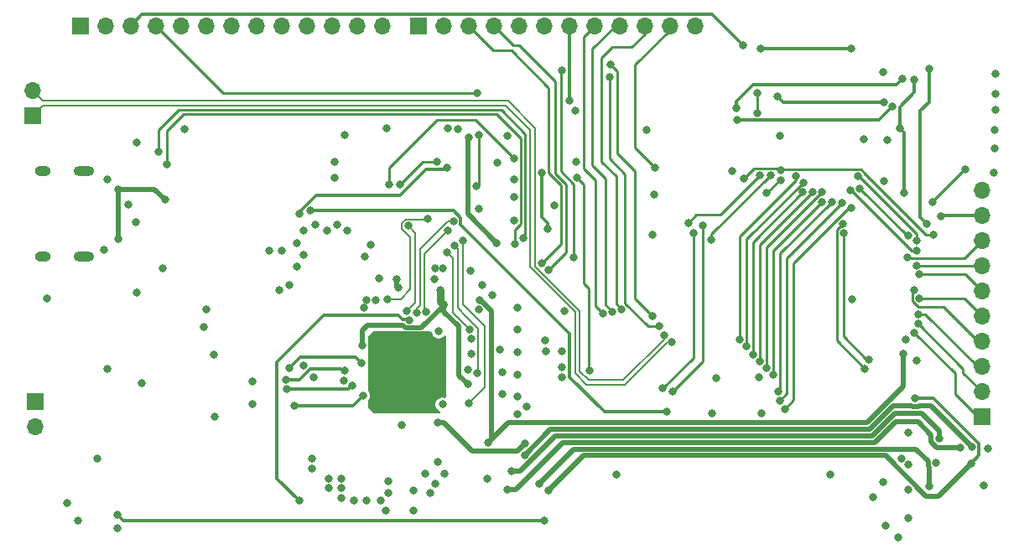
<source format=gbl>
%TF.GenerationSoftware,KiCad,Pcbnew,7.0.5*%
%TF.CreationDate,2023-06-12T21:17:39+02:00*%
%TF.ProjectId,epaper-breakout,65706170-6572-42d6-9272-65616b6f7574,rev?*%
%TF.SameCoordinates,Original*%
%TF.FileFunction,Copper,L4,Bot*%
%TF.FilePolarity,Positive*%
%FSLAX46Y46*%
G04 Gerber Fmt 4.6, Leading zero omitted, Abs format (unit mm)*
G04 Created by KiCad (PCBNEW 7.0.5) date 2023-06-12 21:17:39*
%MOMM*%
%LPD*%
G01*
G04 APERTURE LIST*
%TA.AperFunction,ComponentPad*%
%ADD10C,0.508000*%
%TD*%
%TA.AperFunction,ComponentPad*%
%ADD11O,1.700000X1.700000*%
%TD*%
%TA.AperFunction,ComponentPad*%
%ADD12R,1.700000X1.700000*%
%TD*%
%TA.AperFunction,ComponentPad*%
%ADD13O,2.100000X1.000000*%
%TD*%
%TA.AperFunction,ComponentPad*%
%ADD14O,1.600000X1.000000*%
%TD*%
%TA.AperFunction,ViaPad*%
%ADD15C,0.800000*%
%TD*%
%TA.AperFunction,Conductor*%
%ADD16C,0.250000*%
%TD*%
%TA.AperFunction,Conductor*%
%ADD17C,0.300000*%
%TD*%
%TA.AperFunction,Conductor*%
%ADD18C,0.500000*%
%TD*%
%TA.AperFunction,Conductor*%
%ADD19C,0.750000*%
%TD*%
%TA.AperFunction,Conductor*%
%ADD20C,0.200000*%
%TD*%
G04 APERTURE END LIST*
D10*
X66598800Y-47015400D03*
X63449200Y-47802800D03*
X66598800Y-44653200D03*
X65811400Y-47015400D03*
X63449200Y-44653200D03*
X65024000Y-47802800D03*
X64236600Y-46228000D03*
X64236600Y-47802800D03*
X63449200Y-45440600D03*
X65811400Y-47802800D03*
X65024000Y-46228000D03*
X66598800Y-45440600D03*
X64236600Y-47015400D03*
X65024000Y-47015400D03*
X64236600Y-44653200D03*
X65811400Y-45440600D03*
X63449200Y-47015400D03*
X66598800Y-47802800D03*
X64236600Y-45440600D03*
X65024000Y-44653200D03*
X65024000Y-45440600D03*
X66598800Y-46228000D03*
X65811400Y-44653200D03*
X63449200Y-46228000D03*
X65811400Y-46228000D03*
D11*
X27350000Y-51815000D03*
D12*
X27350000Y-49275000D03*
D11*
X27100000Y-17835000D03*
D12*
X27100000Y-20375000D03*
D11*
X122936000Y-27940000D03*
X122936000Y-30480000D03*
X122936000Y-33020000D03*
X122936000Y-35560000D03*
X122936000Y-38100000D03*
X122936000Y-40640000D03*
X122936000Y-43180000D03*
X122936000Y-45720000D03*
X122936000Y-48260000D03*
D12*
X122936000Y-50800000D03*
D11*
X93940000Y-11300000D03*
X91400000Y-11300000D03*
X88860000Y-11300000D03*
X86320000Y-11300000D03*
X83780000Y-11300000D03*
X81240000Y-11300000D03*
X78700000Y-11300000D03*
X76160000Y-11300000D03*
X73620000Y-11300000D03*
X71080000Y-11300000D03*
X68540000Y-11300000D03*
D12*
X66000000Y-11300000D03*
D11*
X62355000Y-11300000D03*
X59815000Y-11300000D03*
X57275000Y-11300000D03*
X54735000Y-11300000D03*
X52195000Y-11300000D03*
X49655000Y-11300000D03*
X47115000Y-11300000D03*
X44575000Y-11300000D03*
X42035000Y-11300000D03*
X39495000Y-11300000D03*
X36955000Y-11300000D03*
X34415000Y-11300000D03*
D12*
X31875000Y-11300000D03*
D13*
X32270000Y-34620000D03*
D14*
X28090000Y-25980000D03*
D13*
X32270000Y-25980000D03*
D14*
X28090000Y-34620000D03*
D15*
X111500000Y-45000000D03*
X100500000Y-26400000D03*
X108929797Y-32265500D03*
X93300000Y-31200000D03*
X81280000Y-18874500D03*
X112900000Y-57400000D03*
X68959500Y-21600000D03*
X68658999Y-56500000D03*
X97700000Y-26000000D03*
X76000000Y-48750000D03*
X70000000Y-21700000D03*
X34600000Y-26800000D03*
X61200000Y-33400000D03*
X37600000Y-38200000D03*
X115200000Y-43000000D03*
X76000000Y-44250000D03*
X70993000Y-46022000D03*
X81900000Y-19900000D03*
X67750000Y-35750000D03*
X65500000Y-60250000D03*
X37500000Y-31100000D03*
X68072000Y-42164000D03*
X28500000Y-38800000D03*
X74500000Y-46250000D03*
X58800000Y-32000000D03*
X71374000Y-44402000D03*
X89100000Y-21800000D03*
X102500000Y-22400000D03*
X68500000Y-35750000D03*
X124300000Y-19800000D03*
X40200000Y-35800000D03*
X89800000Y-28300000D03*
X124200000Y-21800000D03*
X115500000Y-52400000D03*
X78800000Y-43100000D03*
X58600000Y-22300000D03*
X76000000Y-39750000D03*
X54400000Y-32000000D03*
X30600000Y-59500000D03*
X33650000Y-55000000D03*
X100400000Y-46800000D03*
X45400000Y-44500000D03*
X67250000Y-58500000D03*
X54396686Y-45604099D03*
X81995500Y-25000000D03*
X123500000Y-54000000D03*
X57800000Y-31400000D03*
X118300000Y-55409500D03*
X114771491Y-54975564D03*
X55250000Y-55000000D03*
X56800000Y-32000000D03*
X44600000Y-39900000D03*
X36708582Y-29308012D03*
X77000000Y-49750000D03*
X68451743Y-49531257D03*
X55438000Y-46812000D03*
X113000000Y-27000000D03*
X124300000Y-18200000D03*
X80540000Y-46750000D03*
X67944000Y-55306000D03*
X107600000Y-56600000D03*
X80500000Y-45750000D03*
X100700000Y-50400000D03*
X62800000Y-21600000D03*
X53800000Y-35600000D03*
X111000000Y-22700000D03*
X73000000Y-57040000D03*
X86000000Y-56600000D03*
X58496777Y-47094403D03*
X54400000Y-34400000D03*
X115500000Y-61000000D03*
X66750000Y-56500000D03*
X123100000Y-57700000D03*
X76000000Y-46500000D03*
X52250000Y-34000000D03*
X109800000Y-38900000D03*
X55250000Y-56000000D03*
X31650000Y-61250000D03*
X64367281Y-51584663D03*
X49250000Y-49500000D03*
X113200000Y-61800000D03*
X116300000Y-45100000D03*
X124100000Y-26100000D03*
X45500000Y-50750000D03*
X42400000Y-21700000D03*
X60600000Y-34600000D03*
X67750000Y-57500000D03*
X64000000Y-37750000D03*
X67604000Y-36896000D03*
X72500000Y-37500000D03*
X55600000Y-31400000D03*
X124300000Y-16100000D03*
X114500000Y-63000000D03*
X95700000Y-50400000D03*
X37600000Y-23100000D03*
X35650000Y-62000000D03*
X75705500Y-30934015D03*
X34300000Y-33900000D03*
X124200000Y-23700000D03*
X62015534Y-36765534D03*
X113400000Y-22800000D03*
X80800000Y-40100000D03*
X63854000Y-36896000D03*
X44400000Y-41700000D03*
X53800000Y-33200000D03*
X34600000Y-45900000D03*
X62750000Y-60250000D03*
X51000000Y-34000000D03*
X112900000Y-16000000D03*
X74500000Y-48500000D03*
X76000000Y-42000000D03*
X96100000Y-46900000D03*
X38100000Y-47400000D03*
X74250000Y-44000000D03*
X49250000Y-47250000D03*
X71300000Y-36000000D03*
X76000000Y-50500000D03*
X60452000Y-48641000D03*
X117600000Y-57800000D03*
X53500000Y-49663998D03*
X113900000Y-19400000D03*
X98200000Y-20800000D03*
X78200000Y-57500000D03*
X113000000Y-19000000D03*
X121800000Y-55500000D03*
X53000000Y-45840002D03*
X102300000Y-18400000D03*
X116200000Y-48900000D03*
X60276746Y-45337029D03*
X79200000Y-58200000D03*
X115100000Y-28200000D03*
X116100000Y-16700000D03*
X76769806Y-54625000D03*
X114600000Y-21600000D03*
X121900000Y-53800000D03*
X120709500Y-53900000D03*
X75000000Y-58100000D03*
X54000000Y-59250000D03*
X121200000Y-25800000D03*
X65123990Y-41021000D03*
X114850000Y-16650000D03*
X117900000Y-29100000D03*
X98100000Y-19600000D03*
X91100000Y-50300000D03*
X55151693Y-29951693D03*
X110600000Y-27700000D03*
X75700000Y-24700000D03*
X115500000Y-32500000D03*
X63100000Y-27284500D03*
X114954092Y-44450000D03*
X117600000Y-15600000D03*
X117334015Y-31265985D03*
X72250000Y-39000000D03*
X73091535Y-53390500D03*
X98900000Y-26700000D03*
X102616000Y-25908000D03*
X64200000Y-27300000D03*
X118000000Y-32400000D03*
X67900000Y-25000000D03*
X39800000Y-24000000D03*
X76600000Y-32700000D03*
X40600000Y-25300000D03*
X75800000Y-33300000D03*
X100600000Y-13600000D03*
X118600000Y-53000000D03*
X118790500Y-30500000D03*
X75448895Y-56250000D03*
X109700000Y-13609500D03*
X35700000Y-27800000D03*
X40466337Y-28866337D03*
X35700000Y-32800000D03*
X35633940Y-60664443D03*
X78740000Y-61300000D03*
X54000000Y-30300000D03*
X79100000Y-31784500D03*
X68900000Y-25600000D03*
X100234015Y-18065985D03*
X100200000Y-20100000D03*
X78500000Y-26100000D03*
X68250000Y-38000000D03*
X70993000Y-47498000D03*
X60326257Y-43559743D03*
X68540000Y-39451000D03*
X72000000Y-18100000D03*
X69598307Y-31001693D03*
X72100000Y-22300000D03*
X65827661Y-40227659D03*
X71900000Y-27500000D03*
X66795248Y-40192747D03*
X69000000Y-32000000D03*
X67000000Y-30800000D03*
X62927794Y-38873237D03*
X70513656Y-32991465D03*
X71100000Y-49400000D03*
X58601000Y-46101000D03*
X52629276Y-47047619D03*
X52750000Y-48000000D03*
X59314705Y-47596994D03*
X80500000Y-15784500D03*
X81700000Y-34700000D03*
X71967629Y-46342244D03*
X69700000Y-33500000D03*
X68900000Y-34200000D03*
X71197092Y-41985670D03*
X64876356Y-40094004D03*
X65000000Y-31500000D03*
X73500000Y-38500000D03*
X71387944Y-42926000D03*
X65500000Y-58250000D03*
X60750000Y-39000000D03*
X57000000Y-57000000D03*
X72092259Y-39946447D03*
X59500000Y-59250000D03*
X58250000Y-59000000D03*
X71100000Y-22600000D03*
X60500000Y-39750000D03*
X73900000Y-33200000D03*
X58250000Y-57000000D03*
X62250000Y-59250000D03*
X58250000Y-58000000D03*
X63000000Y-58500000D03*
X52000000Y-38000000D03*
X61750000Y-39000000D03*
X53000000Y-37500000D03*
X57000000Y-58000000D03*
X63000000Y-57250000D03*
X60750000Y-59250000D03*
X78900000Y-44200000D03*
X67945000Y-51333000D03*
X76750000Y-53500000D03*
X57600000Y-25000000D03*
X57600000Y-26600000D03*
X89684500Y-32400000D03*
X75700000Y-28600000D03*
X75705500Y-26800000D03*
X115477597Y-58122403D03*
X80500000Y-44200000D03*
X72100000Y-29800000D03*
X79715500Y-29400000D03*
X74034500Y-25100000D03*
X111900000Y-58900000D03*
X75000000Y-22400000D03*
X115500000Y-55600000D03*
X101200000Y-28200000D03*
X102600000Y-26900000D03*
X98800000Y-13300000D03*
X91571232Y-43271232D03*
X90828768Y-42528768D03*
X78459500Y-35300000D03*
X79173237Y-35941268D03*
X89700000Y-40600000D03*
X85400000Y-15200000D03*
X84680970Y-40356952D03*
X85616735Y-40144850D03*
X86548734Y-39916764D03*
X89900000Y-25600000D03*
X82000000Y-26600000D03*
X83300000Y-46090500D03*
X101575564Y-26371491D03*
X108900179Y-31267852D03*
X111100000Y-45900000D03*
X95600000Y-32900000D03*
X109700000Y-29700000D03*
X103000000Y-50000000D03*
X102491465Y-49186344D03*
X108800000Y-29200000D03*
X102392974Y-48231910D03*
X107736233Y-29095737D03*
X101871500Y-46569000D03*
X106777322Y-29062072D03*
X101187000Y-45884500D03*
X106787116Y-28084247D03*
X105812480Y-28090853D03*
X100502500Y-45202500D03*
X104842351Y-28092952D03*
X99818000Y-44482000D03*
X104864218Y-27102348D03*
X99125000Y-43675000D03*
X98440500Y-42966421D03*
X104130116Y-26484500D03*
X116100000Y-42300000D03*
X116500000Y-41400000D03*
X116500000Y-40400000D03*
X116115500Y-38000548D03*
X116615500Y-38819475D03*
X116615500Y-36390646D03*
X116300000Y-35484500D03*
X115418078Y-34684500D03*
X116300000Y-34000000D03*
X109660982Y-27897208D03*
X90700000Y-47900000D03*
X93800000Y-32200000D03*
X94700000Y-31500000D03*
X116315632Y-33015632D03*
X91650000Y-48250000D03*
X110434500Y-26484500D03*
X90300000Y-41600000D03*
X85300000Y-16500000D03*
D16*
X96500000Y-30400000D02*
X100500000Y-26400000D01*
X111259594Y-45000000D02*
X108929797Y-42670203D01*
X94100000Y-30400000D02*
X96500000Y-30400000D01*
X111500000Y-45000000D02*
X111259594Y-45000000D01*
X93300000Y-31200000D02*
X94100000Y-30400000D01*
X108929797Y-42670203D02*
X108929797Y-32265500D01*
D17*
X81240000Y-18834500D02*
X81240000Y-11300000D01*
X81280000Y-18874500D02*
X81240000Y-18834500D01*
D16*
X80400000Y-15884500D02*
X80400000Y-26000000D01*
X80500000Y-15784500D02*
X80400000Y-15884500D01*
X80400000Y-26000000D02*
X81700000Y-27300000D01*
X81700000Y-27300000D02*
X81700000Y-34700000D01*
D18*
X63854000Y-37604000D02*
X64000000Y-37750000D01*
X63854000Y-36896000D02*
X63854000Y-37604000D01*
D17*
X59429002Y-49663998D02*
X60452000Y-48641000D01*
D18*
X116240000Y-54040000D02*
X117490000Y-55290000D01*
X117490000Y-55290000D02*
X117490000Y-55745013D01*
D17*
X112490000Y-20810000D02*
X98210000Y-20810000D01*
D18*
X117490000Y-55745013D02*
X117600000Y-55855013D01*
D17*
X98210000Y-20810000D02*
X98200000Y-20800000D01*
D18*
X81660000Y-54040000D02*
X116240000Y-54040000D01*
D17*
X113900000Y-19400000D02*
X112490000Y-20810000D01*
X53500000Y-49663998D02*
X59429002Y-49663998D01*
D18*
X78200000Y-57500000D02*
X81660000Y-54040000D01*
X117600000Y-55855013D02*
X117600000Y-57800000D01*
X82700000Y-54700000D02*
X113200000Y-54700000D01*
X79200000Y-58200000D02*
X82700000Y-54700000D01*
D17*
X54090002Y-44750000D02*
X59689717Y-44750000D01*
X113000000Y-19000000D02*
X102900000Y-19000000D01*
X121800000Y-55500000D02*
X122610000Y-54690000D01*
D18*
X117300000Y-58800000D02*
X118500000Y-58800000D01*
X113200000Y-54700000D02*
X117300000Y-58800000D01*
D17*
X118004092Y-48900000D02*
X116200000Y-48900000D01*
X122610000Y-54690000D02*
X122610000Y-53505908D01*
X102900000Y-19000000D02*
X102300000Y-18400000D01*
X122610000Y-53505908D02*
X118004092Y-48900000D01*
X59689717Y-44750000D02*
X60276746Y-45337029D01*
X53000000Y-45840002D02*
X54090002Y-44750000D01*
D18*
X118500000Y-58800000D02*
X121800000Y-55500000D01*
X116545513Y-49700000D02*
X116535513Y-49710000D01*
X115854487Y-49700000D02*
X113933380Y-49700000D01*
X113933380Y-49700000D02*
X111573380Y-52060000D01*
D17*
X116100000Y-18040000D02*
X116100000Y-16700000D01*
D18*
X116535513Y-49710000D02*
X115864487Y-49710000D01*
D17*
X114600000Y-19540000D02*
X116100000Y-18040000D01*
X114600000Y-21600000D02*
X115100000Y-22100000D01*
X114600000Y-21600000D02*
X114600000Y-19540000D01*
D18*
X79340000Y-52060000D02*
X76775000Y-54625000D01*
X76775000Y-54625000D02*
X76769806Y-54625000D01*
X117800000Y-49700000D02*
X116545513Y-49700000D01*
X121900000Y-53800000D02*
X117800000Y-49700000D01*
D17*
X115100000Y-22100000D02*
X115100000Y-28200000D01*
D18*
X115864487Y-49710000D02*
X115854487Y-49700000D01*
X111573380Y-52060000D02*
X79340000Y-52060000D01*
D17*
X51750000Y-45250000D02*
X51750000Y-57000000D01*
D18*
X80620000Y-53380000D02*
X75900000Y-58100000D01*
X112120140Y-53380000D02*
X80620000Y-53380000D01*
D17*
X64468990Y-40968990D02*
X64000000Y-40500000D01*
X65123990Y-41021000D02*
X65071980Y-40968990D01*
D18*
X114200140Y-51300000D02*
X112120140Y-53380000D01*
X117790000Y-52590000D02*
X116500000Y-51300000D01*
X116500000Y-51300000D02*
X114200140Y-51300000D01*
D17*
X99800000Y-17200000D02*
X114300000Y-17200000D01*
X117900000Y-29100000D02*
X121200000Y-25800000D01*
D18*
X118354487Y-53900000D02*
X117790000Y-53335513D01*
D17*
X56500000Y-40500000D02*
X64000000Y-40500000D01*
D18*
X75900000Y-58100000D02*
X75000000Y-58100000D01*
D17*
X114300000Y-17200000D02*
X114850000Y-16650000D01*
D18*
X120709500Y-53900000D02*
X118354487Y-53900000D01*
D17*
X56500000Y-40500000D02*
X51750000Y-45250000D01*
X65071980Y-40968990D02*
X64468990Y-40968990D01*
X51750000Y-57000000D02*
X54000000Y-59250000D01*
X98100000Y-18900000D02*
X99800000Y-17200000D01*
D18*
X117790000Y-53335513D02*
X117790000Y-52590000D01*
D17*
X98100000Y-19600000D02*
X98100000Y-18900000D01*
X81300000Y-42400000D02*
X70308307Y-31408307D01*
X70308307Y-31408307D02*
X70308307Y-30707601D01*
X91100000Y-50300000D02*
X84800000Y-50300000D01*
X81300000Y-46800000D02*
X81300000Y-42400000D01*
X84800000Y-50300000D02*
X81300000Y-46800000D01*
X70308307Y-30707601D02*
X69552399Y-29951693D01*
X69552399Y-29951693D02*
X55151693Y-29951693D01*
D16*
X110600000Y-27700000D02*
X115400000Y-32500000D01*
X115400000Y-32500000D02*
X115500000Y-32500000D01*
X67900000Y-20800000D02*
X63100000Y-25600000D01*
X71800000Y-20800000D02*
X67900000Y-20800000D01*
X63100000Y-25600000D02*
X63100000Y-27284500D01*
X75700000Y-24700000D02*
X71800000Y-20800000D01*
D18*
X73440000Y-53042035D02*
X73091535Y-53390500D01*
X111300000Y-51400000D02*
X114954092Y-47745908D01*
D17*
X117600000Y-19000000D02*
X117600000Y-15600000D01*
X116700000Y-30631970D02*
X116700000Y-19900000D01*
D18*
X72300000Y-39000000D02*
X73440000Y-40140000D01*
X75082035Y-51400000D02*
X111300000Y-51400000D01*
D17*
X117334015Y-31265985D02*
X116700000Y-30631970D01*
D18*
X114954092Y-47745908D02*
X114954092Y-44450000D01*
X72250000Y-39000000D02*
X72300000Y-39000000D01*
D17*
X116700000Y-19900000D02*
X117600000Y-19000000D01*
D18*
X73091535Y-53390500D02*
X75082035Y-51400000D01*
X73440000Y-40140000D02*
X73440000Y-53042035D01*
D16*
X110718737Y-25800000D02*
X111119500Y-26200763D01*
X111119500Y-26200763D02*
X111119500Y-26219500D01*
X99913509Y-25686491D02*
X98900000Y-26700000D01*
X102616000Y-25908000D02*
X102394491Y-25686491D01*
X102724000Y-25800000D02*
X110718737Y-25800000D01*
X102616000Y-25908000D02*
X102724000Y-25800000D01*
X67900000Y-25000000D02*
X66500000Y-25000000D01*
X66500000Y-25000000D02*
X64200000Y-27300000D01*
X102394491Y-25686491D02*
X99913509Y-25686491D01*
X117300000Y-32400000D02*
X118000000Y-32400000D01*
X111119500Y-26219500D02*
X117300000Y-32400000D01*
X76800000Y-22200000D02*
X76800000Y-32500000D01*
X39800000Y-21800000D02*
X41800000Y-19800000D01*
X76800000Y-32500000D02*
X76600000Y-32700000D01*
X41800000Y-19800000D02*
X74400000Y-19800000D01*
X74400000Y-19800000D02*
X76800000Y-22200000D01*
X39800000Y-24000000D02*
X39800000Y-21800000D01*
X40600000Y-21900000D02*
X40600000Y-25300000D01*
X76390000Y-22690000D02*
X73910000Y-20210000D01*
X75800000Y-31900000D02*
X76390000Y-31310000D01*
X76390000Y-31310000D02*
X76390000Y-22690000D01*
X73910000Y-20210000D02*
X42290000Y-20210000D01*
X75800000Y-33300000D02*
X75800000Y-31900000D01*
X42290000Y-20210000D02*
X40600000Y-21900000D01*
D17*
X100600000Y-13600000D02*
X109690500Y-13600000D01*
D18*
X118600000Y-53000000D02*
X118600000Y-52200000D01*
D17*
X118810500Y-30480000D02*
X122936000Y-30480000D01*
D18*
X118600000Y-52200000D02*
X116800000Y-50400000D01*
X79820319Y-52720000D02*
X76290319Y-56250000D01*
X111846760Y-52720000D02*
X79820319Y-52720000D01*
X114166760Y-50400000D02*
X111846760Y-52720000D01*
X76290319Y-56250000D02*
X75448895Y-56250000D01*
X116800000Y-50400000D02*
X114166760Y-50400000D01*
D17*
X109690500Y-13600000D02*
X109700000Y-13609500D01*
X118790500Y-30500000D02*
X118810500Y-30480000D01*
D18*
X39400000Y-27800000D02*
X40466337Y-28866337D01*
X35700000Y-27800000D02*
X39400000Y-27800000D01*
X35700000Y-27800000D02*
X35700000Y-32800000D01*
D17*
X78730000Y-61290000D02*
X36259497Y-61290000D01*
X78740000Y-61300000D02*
X78730000Y-61290000D01*
X36259497Y-61290000D02*
X35633940Y-60664443D01*
X79100000Y-31784500D02*
X79100000Y-31200000D01*
X55700000Y-28400000D02*
X54000000Y-30100000D01*
X68700000Y-25800000D02*
X66800000Y-25800000D01*
X68900000Y-25600000D02*
X68700000Y-25800000D01*
X66800000Y-25800000D02*
X64200000Y-28400000D01*
X79100000Y-31200000D02*
X78500000Y-30600000D01*
D16*
X100200000Y-20100000D02*
X100200000Y-18100000D01*
X100200000Y-18100000D02*
X100234015Y-18065985D01*
D17*
X78500000Y-30600000D02*
X78500000Y-26100000D01*
X54000000Y-30100000D02*
X54000000Y-30300000D01*
X64200000Y-28400000D02*
X55700000Y-28400000D01*
D18*
X70104000Y-41656000D02*
X70104000Y-46609000D01*
X60326257Y-42035743D02*
X60833000Y-41529000D01*
D19*
X68250000Y-39161000D02*
X68540000Y-39451000D01*
D18*
X64433188Y-41529000D02*
X64735189Y-41831001D01*
X68599000Y-39510000D02*
X68540000Y-39451000D01*
D19*
X68250000Y-38000000D02*
X68250000Y-39161000D01*
D18*
X60833000Y-41529000D02*
X64433188Y-41529000D01*
X60326257Y-43559743D02*
X60326257Y-42035743D01*
X68540000Y-39592802D02*
X68540000Y-39451000D01*
X68599000Y-40151000D02*
X68599000Y-39510000D01*
X70104000Y-46609000D02*
X70993000Y-47498000D01*
X68599000Y-40151000D02*
X70104000Y-41656000D01*
X66301801Y-41831001D02*
X68540000Y-39592802D01*
X64735189Y-41831001D02*
X66301801Y-41831001D01*
D16*
X72000000Y-18100000D02*
X46295000Y-18100000D01*
D20*
X68998307Y-31001693D02*
X66200000Y-33800000D01*
X66200000Y-39472161D02*
X65827661Y-39844500D01*
D16*
X46295000Y-18100000D02*
X39495000Y-11300000D01*
D20*
X66200000Y-33800000D02*
X66200000Y-39472161D01*
X69598307Y-31001693D02*
X68998307Y-31001693D01*
D16*
X72100000Y-27300000D02*
X72100000Y-22300000D01*
X71900000Y-27500000D02*
X72100000Y-27300000D01*
D20*
X65827661Y-39844500D02*
X65827661Y-40227659D01*
X66643997Y-40041496D02*
X66643997Y-34356003D01*
X66795248Y-40192747D02*
X66643997Y-40041496D01*
X66643997Y-34356003D02*
X69000000Y-32000000D01*
X65200000Y-37900000D02*
X64226763Y-38873237D01*
X64226763Y-38873237D02*
X62927794Y-38873237D01*
X64726619Y-30840000D02*
X64340000Y-31226619D01*
X66960000Y-30840000D02*
X64726619Y-30840000D01*
X65200000Y-32633381D02*
X65200000Y-37900000D01*
X67000000Y-30800000D02*
X66960000Y-30840000D01*
X64340000Y-31773381D02*
X65200000Y-32633381D01*
X64340000Y-31226619D02*
X64340000Y-31773381D01*
X70500000Y-39400000D02*
X72700000Y-41600000D01*
X70500000Y-33005121D02*
X70500000Y-39400000D01*
X70513656Y-32991465D02*
X70500000Y-33005121D01*
X72700000Y-41600000D02*
X72700000Y-47800000D01*
X72700000Y-47800000D02*
X71100000Y-49400000D01*
D17*
X52629276Y-47047619D02*
X54003968Y-47047619D01*
X58194900Y-45944900D02*
X58351000Y-46101000D01*
X58351000Y-46101000D02*
X58601000Y-46101000D01*
X55106687Y-45944900D02*
X58194900Y-45944900D01*
X54003968Y-47047619D02*
X55106687Y-45944900D01*
X58911699Y-48000000D02*
X59314705Y-47596994D01*
X52750000Y-48000000D02*
X58911699Y-48000000D01*
D20*
X70900000Y-40700000D02*
X70000000Y-39800000D01*
X70000000Y-33800000D02*
X69700000Y-33500000D01*
X72047944Y-46261929D02*
X72047944Y-41847944D01*
X70000000Y-39800000D02*
X70000000Y-33800000D01*
X71967629Y-46342244D02*
X72047944Y-46261929D01*
X72047944Y-41847944D02*
X70900000Y-40700000D01*
X68900000Y-34200000D02*
X69500000Y-34800000D01*
X69500000Y-40288578D02*
X71197092Y-41985670D01*
X69500000Y-34800000D02*
X69500000Y-40288578D01*
X65000000Y-31500000D02*
X65700000Y-32200000D01*
X65700000Y-32200000D02*
X65700000Y-39270360D01*
X65700000Y-39270360D02*
X64876356Y-40094004D01*
D18*
X71000000Y-22700000D02*
X71000000Y-30300000D01*
X71000000Y-30300000D02*
X73900000Y-33200000D01*
X71100000Y-22600000D02*
X71000000Y-22700000D01*
X76750000Y-53500000D02*
X76050000Y-54200000D01*
X76050000Y-54200000D02*
X71450000Y-54200000D01*
X71450000Y-54200000D02*
X68583000Y-51333000D01*
X68583000Y-51333000D02*
X67945000Y-51333000D01*
D17*
X36955000Y-11300000D02*
X38115000Y-10140000D01*
X38115000Y-10140000D02*
X95640000Y-10140000D01*
D16*
X102600000Y-26900000D02*
X102500000Y-26900000D01*
X102500000Y-26900000D02*
X101200000Y-28200000D01*
D17*
X95640000Y-10140000D02*
X98800000Y-13300000D01*
D20*
X74830001Y-19330001D02*
X28144999Y-19330001D01*
X81875000Y-46393200D02*
X81875000Y-40184116D01*
X83006800Y-47525000D02*
X81875000Y-46393200D01*
X77300000Y-21800000D02*
X74830001Y-19330001D01*
X86893199Y-47525000D02*
X83006800Y-47525000D01*
X77300000Y-35609116D02*
X77300000Y-21800000D01*
X81875000Y-40184116D02*
X77300000Y-35609116D01*
X91571232Y-43271232D02*
X91146967Y-43271232D01*
X91146967Y-43271232D02*
X86893199Y-47525000D01*
X28144999Y-19330001D02*
X27100000Y-20375000D01*
X83193200Y-47075000D02*
X82325000Y-46206800D01*
X90828768Y-42953033D02*
X86706801Y-47075000D01*
X28144999Y-18879999D02*
X27100000Y-17835000D01*
X77800000Y-21600000D02*
X75079999Y-18879999D01*
X82325000Y-40125000D02*
X77800000Y-35600000D01*
X90828768Y-42528768D02*
X90828768Y-42953033D01*
X86706801Y-47075000D02*
X83193200Y-47075000D01*
X75079999Y-18879999D02*
X28144999Y-18879999D01*
X77800000Y-35600000D02*
X77800000Y-21600000D01*
X82325000Y-46206800D02*
X82325000Y-40125000D01*
D16*
X79185000Y-26164828D02*
X79185000Y-17585000D01*
X75400000Y-13800000D02*
X73580000Y-13800000D01*
X79185000Y-17585000D02*
X75400000Y-13800000D01*
X78459500Y-35300000D02*
X80400000Y-33359500D01*
X73580000Y-13800000D02*
X71080000Y-11300000D01*
X80400000Y-33359500D02*
X80400000Y-27379828D01*
X80400000Y-27379828D02*
X79185000Y-26164828D01*
X80950000Y-34164505D02*
X80950000Y-27350000D01*
X79173237Y-35941268D02*
X80950000Y-34164505D01*
X80950000Y-27350000D02*
X79800000Y-26200000D01*
X76200000Y-13300000D02*
X75620000Y-13300000D01*
X75620000Y-13300000D02*
X73620000Y-11300000D01*
X79800000Y-16900000D02*
X76200000Y-13300000D01*
X79800000Y-26200000D02*
X79800000Y-16900000D01*
X86100000Y-24200000D02*
X86100000Y-15900000D01*
X86100000Y-15900000D02*
X85400000Y-15200000D01*
X89700000Y-40600000D02*
X87900000Y-38800000D01*
X87900000Y-26000000D02*
X86100000Y-24200000D01*
X87900000Y-38800000D02*
X87900000Y-26000000D01*
X84680970Y-40356952D02*
X83900000Y-39575982D01*
X83900000Y-39575982D02*
X83900000Y-26900000D01*
X82680000Y-12400000D02*
X83780000Y-11300000D01*
X82680000Y-25680000D02*
X82680000Y-12400000D01*
X83900000Y-26900000D02*
X82680000Y-25680000D01*
X83600000Y-13620000D02*
X85920000Y-11300000D01*
X85920000Y-11300000D02*
X86320000Y-11300000D01*
X85616735Y-40144850D02*
X84900000Y-39428115D01*
X84900000Y-26700000D02*
X83600000Y-25400000D01*
X83600000Y-25400000D02*
X83600000Y-13620000D01*
X84900000Y-39428115D02*
X84900000Y-26700000D01*
X84500000Y-25000000D02*
X84500000Y-14559293D01*
X86000000Y-26500000D02*
X84500000Y-25000000D01*
X86000000Y-39368030D02*
X86000000Y-26500000D01*
X88860000Y-12140000D02*
X88860000Y-11300000D01*
X84500000Y-14559293D02*
X85630278Y-13429015D01*
X86548734Y-39916764D02*
X86000000Y-39368030D01*
X87570985Y-13429015D02*
X88860000Y-12140000D01*
X85630278Y-13429015D02*
X87570985Y-13429015D01*
X87900000Y-15200000D02*
X91400000Y-11700000D01*
X91400000Y-11700000D02*
X91400000Y-11300000D01*
X87900000Y-23600000D02*
X87900000Y-15200000D01*
X89900000Y-25600000D02*
X87900000Y-23600000D01*
X83200000Y-45990500D02*
X83300000Y-46090500D01*
X82700000Y-37300000D02*
X83200000Y-37800000D01*
X82000000Y-26600000D02*
X82700000Y-27300000D01*
X82700000Y-27300000D02*
X82700000Y-37300000D01*
X83200000Y-37800000D02*
X83200000Y-45990500D01*
X95600000Y-32347055D02*
X101575564Y-26371491D01*
X108245297Y-43045297D02*
X111100000Y-45900000D01*
X108245297Y-31922734D02*
X108245297Y-43045297D01*
X95600000Y-32900000D02*
X95600000Y-32347055D01*
X108900179Y-31267852D02*
X108245297Y-31922734D01*
X109500000Y-29700000D02*
X109700000Y-29700000D01*
X103925000Y-49075000D02*
X103925000Y-35275000D01*
X103000000Y-50000000D02*
X103925000Y-49075000D01*
X103925000Y-35275000D02*
X109500000Y-29700000D01*
X102491465Y-49186344D02*
X103240500Y-48437309D01*
X103240500Y-48437309D02*
X103240500Y-34759500D01*
X103240500Y-34759500D02*
X108800000Y-29200000D01*
X102556000Y-48068884D02*
X102556000Y-34275970D01*
X102556000Y-34275970D02*
X107736233Y-29095737D01*
X102392974Y-48231910D02*
X102556000Y-48068884D01*
X101871500Y-46569000D02*
X101871500Y-33967894D01*
X101871500Y-33967894D02*
X106777322Y-29062072D01*
X101187000Y-33684363D02*
X106787116Y-28084247D01*
X101187000Y-45884500D02*
X101187000Y-33684363D01*
X100502500Y-33400833D02*
X105812480Y-28090853D01*
X100502500Y-45202500D02*
X100502500Y-33400833D01*
X99818000Y-44482000D02*
X99818000Y-33117303D01*
X99818000Y-33117303D02*
X104842351Y-28092952D01*
X99125000Y-32841566D02*
X104864218Y-27102348D01*
X99125000Y-43675000D02*
X99125000Y-32841566D01*
X104130116Y-26484500D02*
X104130116Y-26868418D01*
X98440500Y-32558034D02*
X98440500Y-42966421D01*
X104130116Y-26868418D02*
X98440500Y-32558034D01*
X120200000Y-48500000D02*
X120200000Y-46400000D01*
X120200000Y-46400000D02*
X116100000Y-42300000D01*
X122500000Y-50800000D02*
X120200000Y-48500000D01*
X122936000Y-50800000D02*
X122500000Y-50800000D01*
X116500000Y-41400000D02*
X121020000Y-45920000D01*
X121020000Y-46344000D02*
X122936000Y-48260000D01*
X121020000Y-45920000D02*
X121020000Y-46344000D01*
X116500000Y-40400000D02*
X117180000Y-40400000D01*
X122500000Y-45720000D02*
X122936000Y-45720000D01*
X117180000Y-40400000D02*
X122500000Y-45720000D01*
X122500000Y-43180000D02*
X122936000Y-43180000D01*
X116115500Y-38000548D02*
X115930500Y-38185548D01*
X115930500Y-38185548D02*
X115930500Y-39103212D01*
X115930500Y-39103212D02*
X116527288Y-39700000D01*
X116527288Y-39700000D02*
X119020000Y-39700000D01*
X119020000Y-39700000D02*
X122500000Y-43180000D01*
X121115475Y-38819475D02*
X122936000Y-40640000D01*
X116615500Y-38819475D02*
X121115475Y-38819475D01*
X116615500Y-36390646D02*
X121226646Y-36390646D01*
X121226646Y-36390646D02*
X122936000Y-38100000D01*
X116300000Y-35484500D02*
X116375500Y-35560000D01*
X116375500Y-35560000D02*
X122936000Y-35560000D01*
X115418078Y-34684500D02*
X115533578Y-34800000D01*
X115533578Y-34800000D02*
X121156000Y-34800000D01*
X121156000Y-34800000D02*
X122936000Y-33020000D01*
X115788000Y-34000000D02*
X116300000Y-34000000D01*
X93800000Y-44800000D02*
X93800000Y-32200000D01*
X109685208Y-27897208D02*
X115788000Y-34000000D01*
X90700000Y-47900000D02*
X93800000Y-44800000D01*
X109660982Y-27897208D02*
X109685208Y-27897208D01*
X116315632Y-32315632D02*
X116315632Y-33015632D01*
X110484500Y-26484500D02*
X116315632Y-32315632D01*
X110434500Y-26484500D02*
X110484500Y-26484500D01*
X91650000Y-48250000D02*
X94700000Y-45200000D01*
X94700000Y-45200000D02*
X94700000Y-31500000D01*
X90300000Y-41600000D02*
X89200000Y-41600000D01*
X85300000Y-24700000D02*
X85300000Y-16500000D01*
X86900000Y-26300000D02*
X85300000Y-24700000D01*
X89200000Y-41600000D02*
X86900000Y-39300000D01*
X86900000Y-39300000D02*
X86900000Y-26300000D01*
%TA.AperFunction,Conductor*%
G36*
X67322850Y-42184002D02*
G01*
X67369343Y-42237658D01*
X67379810Y-42274813D01*
X67386859Y-42332871D01*
X67447179Y-42491925D01*
X67447181Y-42491929D01*
X67511075Y-42584494D01*
X67543817Y-42631929D01*
X67671148Y-42744734D01*
X67821775Y-42823790D01*
X67821776Y-42823790D01*
X67821778Y-42823791D01*
X67978461Y-42862409D01*
X67986944Y-42864500D01*
X67986947Y-42864500D01*
X68157053Y-42864500D01*
X68157056Y-42864500D01*
X68322225Y-42823790D01*
X68472852Y-42744734D01*
X68600183Y-42631929D01*
X68600186Y-42631923D01*
X68605240Y-42626221D01*
X68607517Y-42628238D01*
X68651749Y-42592334D01*
X68722312Y-42584494D01*
X68785911Y-42616048D01*
X68789476Y-42619476D01*
X68797095Y-42627095D01*
X68831121Y-42689407D01*
X68834000Y-42716190D01*
X68834000Y-48743182D01*
X68813998Y-48811303D01*
X68760342Y-48857796D01*
X68690068Y-48867900D01*
X68677847Y-48865521D01*
X68536802Y-48830757D01*
X68536799Y-48830757D01*
X68366687Y-48830757D01*
X68366683Y-48830757D01*
X68201521Y-48871465D01*
X68201517Y-48871467D01*
X68050891Y-48950522D01*
X68050885Y-48950527D01*
X67923561Y-49063326D01*
X67923559Y-49063328D01*
X67826924Y-49203327D01*
X67826922Y-49203331D01*
X67766602Y-49362385D01*
X67746098Y-49531254D01*
X67746098Y-49531259D01*
X67766602Y-49700128D01*
X67826922Y-49859182D01*
X67826924Y-49859186D01*
X67826925Y-49859187D01*
X67923560Y-49999186D01*
X68050891Y-50111991D01*
X68183201Y-50181433D01*
X68234223Y-50230801D01*
X68250455Y-50299917D01*
X68226743Y-50366837D01*
X68170616Y-50410314D01*
X68124645Y-50419000D01*
X61512190Y-50419000D01*
X61444069Y-50398998D01*
X61423095Y-50382095D01*
X60996905Y-49955905D01*
X60962879Y-49893593D01*
X60960000Y-49866810D01*
X60960000Y-49177432D01*
X60980002Y-49109311D01*
X60982304Y-49105856D01*
X61011659Y-49063328D01*
X61076818Y-48968930D01*
X61137140Y-48809872D01*
X61157645Y-48641000D01*
X61137140Y-48472128D01*
X61076818Y-48313070D01*
X61076817Y-48313069D01*
X60982304Y-48176143D01*
X60960068Y-48108718D01*
X60960000Y-48104567D01*
X60960000Y-45528853D01*
X60961862Y-45513575D01*
X60960968Y-45513467D01*
X60982391Y-45337031D01*
X60982391Y-45337026D01*
X60960968Y-45160593D01*
X60961853Y-45160485D01*
X60960000Y-45145206D01*
X60960000Y-42716190D01*
X60980002Y-42648069D01*
X60996905Y-42627095D01*
X61423095Y-42200905D01*
X61485407Y-42166879D01*
X61512190Y-42164000D01*
X67254729Y-42164000D01*
X67322850Y-42184002D01*
G37*
%TD.AperFunction*%
M02*

</source>
